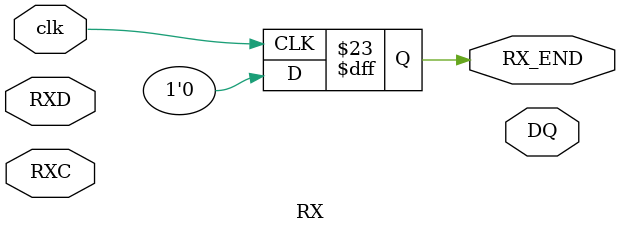
<source format=sv>
`timescale 1ns / 100ps

module RX (
    input clk,
    input RXD,
    input RXC,
    output RX_END,
    output [7:0] DQ
);

logic [7:0] shift_reg = 8'dz;

logic RX_END;
logic sum_mux_up;
logic sum_mux_down;
logic RX_SAMPLE;
reg sum_r = 'd0;

always @(posedge clk) begin
    sum_r <= sum_mux_up + sum_mux_down;
    
    RX_END <= (sum_r == 8'd152)? 1'b1 : 1'b0 ;

    sum_mux_up <= (RX_END && (!RXD))? 'd0 : sum_r;

    sum_mux_down <= (RXC && (!RX_END))? 'd1 : 'd0;

    RX_SAMPLE <= 
    ((sum_r=='d7)? 1'b1: 1'b0 ) &&
    (!((sum_r=='d148)? 1'b1: 1'b0 )) &&
    (RXC) ;
end


always @(posedge RX_SAMPLE) begin
    shift_reg[0] <= RXD;
    shift_reg[1] <= shift_reg[0];
    shift_reg[2] <= shift_reg[1];
    shift_reg[3] <= shift_reg[2];
    shift_reg[4] <= shift_reg[3];
    shift_reg[5] <= shift_reg[4];
    shift_reg[6] <= shift_reg[5];
    shift_reg[7] <= shift_reg[6];

end

endmodule
</source>
